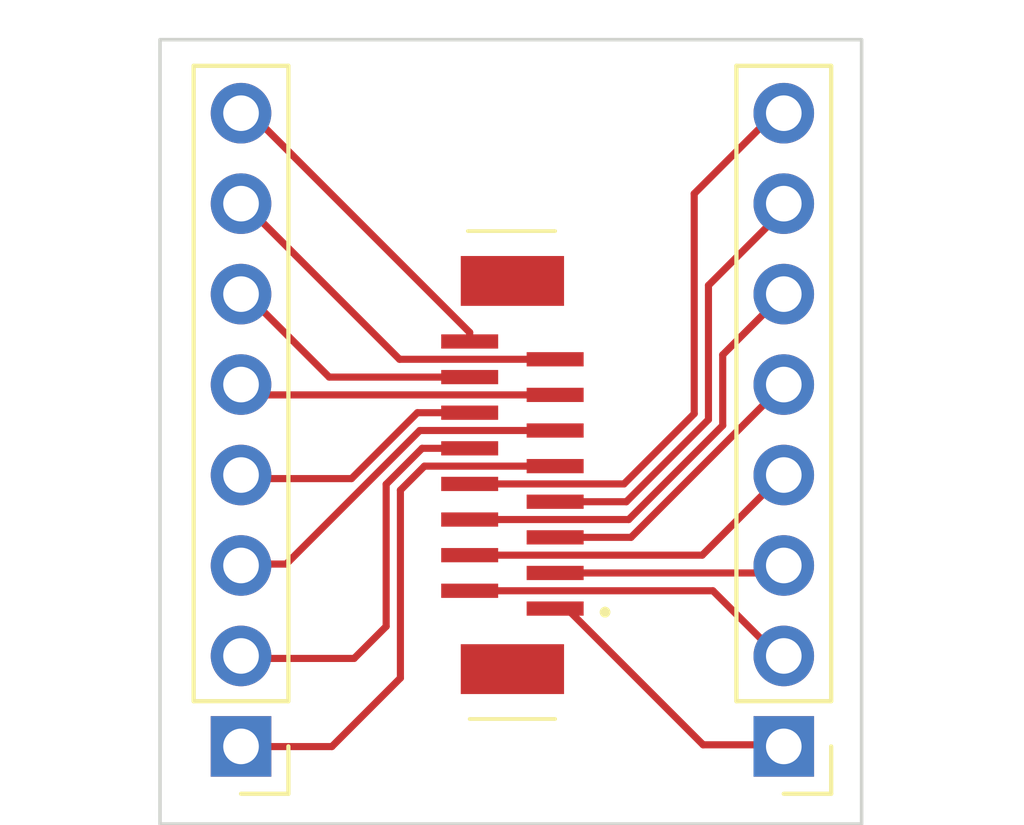
<source format=kicad_pcb>
(kicad_pcb (version 20211014) (generator pcbnew)
  (layers (0 "F.Cu" signal) (31 "B.Cu" signal) (34 "B.Paste" user) (35 "F.Paste" user) (36 "B.SilkS" user "B.Silkscreen") (37 "F.SilkS" user "F.Silkscreen") (38 "B.Mask" user) (39 "F.Mask" user) (44 "Edge.Cuts" user))
  (net 0 "")
  (net 1 "Net-(J1-Pad1)")
  (net 2 "Net-(J1-Pad2)")
  (net 3 "Net-(J1-Pad3)")
  (net 4 "Net-(J1-Pad4)")
  (net 5 "Net-(J1-Pad5)")
  (net 6 "Net-(J1-Pad6)")
  (net 7 "Net-(J1-Pad7)")
  (net 8 "Net-(J1-Pad8)")
  (net 9 "Net-(J2-Pad1)")
  (net 10 "Net-(J2-Pad2)")
  (net 11 "Net-(J2-Pad3)")
  (net 12 "Net-(J2-Pad4)")
  (net 13 "Net-(J2-Pad5)")
  (net 14 "Net-(J2-Pad6)")
  (net 15 "Net-(J2-Pad7)")
  (net 16 "Net-(J2-Pad8)")
  (footprint "Connector_PinHeader_2.54mm:PinHeader_1x08_P2.54mm_Vertical" (layer "F.Cu") (at 180.34 96.52 180)
    (fp_text reference "J1" hide)
    (fp_text value "Conn_01x08_Male")
    (fp_line (start -1.33 -1.33) (end 0 -1.33) (layer "F.SilkS") (width 0.12))
    (fp_line (start -1.33 0) (end -1.33 -1.33) (layer "F.SilkS") (width 0.12))
    (fp_line (start -1.33 1.27) (end 1.33 1.27) (layer "F.SilkS") (width 0.12))
    (fp_line (start -1.33 1.27) (end -1.33 19.11) (layer "F.SilkS") (width 0.12))
    (fp_line (start 1.33 1.27) (end 1.33 19.11) (layer "F.SilkS") (width 0.12))
    (fp_line (start -1.33 19.11) (end 1.33 19.11) (layer "F.SilkS") (width 0.12))
    (pad "1" thru_hole rect (at 0 0 180) (size 1.7 1.7) (drill 1) (layers *.Cu *.Mask) (net 1 "Net-(J1-Pad1)"))
    (pad "2" thru_hole oval (at 0 2.54 180) (size 1.7 1.7) (drill 1) (layers *.Cu *.Mask) (net 2 "Net-(J1-Pad2)"))
    (pad "3" thru_hole oval (at 0 5.08 180) (size 1.7 1.7) (drill 1) (layers *.Cu *.Mask) (net 3 "Net-(J1-Pad3)"))
    (pad "4" thru_hole oval (at 0 7.62 180) (size 1.7 1.7) (drill 1) (layers *.Cu *.Mask) (net 4 "Net-(J1-Pad4)"))
    (pad "5" thru_hole oval (at 0 10.16 180) (size 1.7 1.7) (drill 1) (layers *.Cu *.Mask) (net 5 "Net-(J1-Pad5)"))
    (pad "6" thru_hole oval (at 0 12.7 180) (size 1.7 1.7) (drill 1) (layers *.Cu *.Mask) (net 6 "Net-(J1-Pad6)"))
    (pad "7" thru_hole oval (at 0 15.24 180) (size 1.7 1.7) (drill 1) (layers *.Cu *.Mask) (net 7 "Net-(J1-Pad7)"))
    (pad "8" thru_hole oval (at 0 17.78 180) (size 1.7 1.7) (drill 1) (layers *.Cu *.Mask) (net 8 "Net-(J1-Pad8)"))
  )
  (footprint "ASMR_footprints:Conn_FFC_1x16_0.5mm_TE_117347426" (layer "F.Cu") (at 172.72 88.9 90)
    (fp_text reference "J3" hide)
    (fp_text value "Conn_01x16" hide)
    (fp_line (start -6.85 -1.2) (end -6.85 1.2) (layer "F.SilkS") (width 0.1))
    (fp_line (start -6.85 -1.2) (end -6.85 -1.2) (layer "F.SilkS") (width 0.1))
    (fp_line (start 6.85 -1.25) (end 6.85 1.2) (layer "F.SilkS") (width 0.1))
    (fp_line (start -3.9 2.6) (end -3.9 2.6) (layer "F.SilkS") (width 0.2))
    (fp_line (start -6.85 1.2) (end -6.85 -1.2) (layer "F.SilkS") (width 0.1))
    (fp_line (start 6.85 1.2) (end 6.85 1.2) (layer "F.SilkS") (width 0.1))
    (fp_line (start 6.85 1.2) (end 6.85 -1.25) (layer "F.SilkS") (width 0.1))
    (fp_line (start 6.85 -1.25) (end 6.85 -1.25) (layer "F.SilkS") (width 0.1))
    (fp_line (start -6.85 1.2) (end -6.85 1.2) (layer "F.SilkS") (width 0.1))
    (fp_line (start -3.9 2.6) (end -3.9 2.6) (layer "F.SilkS") (width 0.2))
    (fp_line (start -3.8 2.6) (end -3.8 2.6) (layer "F.SilkS") (width 0.2))
    (fp_arc (start -3.9 2.6) (mid -3.85 2.55) (end -3.8 2.6) (layer "F.SilkS") (width 0.2))
    (fp_arc (start -3.8 2.6) (mid -3.85 2.65) (end -3.9 2.6) (layer "F.SilkS") (width 0.2))
    (fp_arc (start -3.8 2.6) (mid -3.85 2.65) (end -3.9 2.6) (layer "F.SilkS") (width 0.2))
    (pad "1" smd rect (at -3.75 1.2 90) (size 0.4 1.6) (layers "F.Cu" "F.Paste" "F.Mask") (net 1 "Net-(J1-Pad1)"))
    (pad "2" smd rect (at -3.25 -1.2 90) (size 0.4 1.6) (layers "F.Cu" "F.Paste" "F.Mask") (net 2 "Net-(J1-Pad2)"))
    (pad "3" smd rect (at -2.75 1.2 90) (size 0.4 1.6) (layers "F.Cu" "F.Paste" "F.Mask") (net 3 "Net-(J1-Pad3)"))
    (pad "4" smd rect (at -2.25 -1.2 90) (size 0.4 1.6) (layers "F.Cu" "F.Paste" "F.Mask") (net 4 "Net-(J1-Pad4)"))
    (pad "5" smd rect (at -1.75 1.2 90) (size 0.4 1.6) (layers "F.Cu" "F.Paste" "F.Mask") (net 5 "Net-(J1-Pad5)"))
    (pad "6" smd rect (at -1.25 -1.2 90) (size 0.4 1.6) (layers "F.Cu" "F.Paste" "F.Mask") (net 6 "Net-(J1-Pad6)"))
    (pad "7" smd rect (at -0.75 1.2 90) (size 0.4 1.6) (layers "F.Cu" "F.Paste" "F.Mask") (net 7 "Net-(J1-Pad7)"))
    (pad "8" smd rect (at -0.25 -1.2 90) (size 0.4 1.6) (layers "F.Cu" "F.Paste" "F.Mask") (net 8 "Net-(J1-Pad8)"))
    (pad "9" smd rect (at 0.25 1.2 90) (size 0.4 1.6) (layers "F.Cu" "F.Paste" "F.Mask") (net 9 "Net-(J2-Pad1)"))
    (pad "10" smd rect (at 0.75 -1.2 90) (size 0.4 1.6) (layers "F.Cu" "F.Paste" "F.Mask") (net 10 "Net-(J2-Pad2)"))
    (pad "11" smd rect (at 1.25 1.2 90) (size 0.4 1.6) (layers "F.Cu" "F.Paste" "F.Mask") (net 11 "Net-(J2-Pad3)"))
    (pad "12" smd rect (at 1.75 -1.2 90) (size 0.4 1.6) (layers "F.Cu" "F.Paste" "F.Mask") (net 12 "Net-(J2-Pad4)"))
    (pad "13" smd rect (at 2.25 1.2 90) (size 0.4 1.6) (layers "F.Cu" "F.Paste" "F.Mask") (net 13 "Net-(J2-Pad5)"))
    (pad "14" smd rect (at 2.75 -1.2 90) (size 0.4 1.6) (layers "F.Cu" "F.Paste" "F.Mask") (net 14 "Net-(J2-Pad6)"))
    (pad "15" smd rect (at 3.25 1.2 90) (size 0.4 1.6) (layers "F.Cu" "F.Paste" "F.Mask") (net 15 "Net-(J2-Pad7)"))
    (pad "16" smd rect (at 3.75 -1.2 90) (size 0.4 1.6) (layers "F.Cu" "F.Paste" "F.Mask") (net 16 "Net-(J2-Pad8)"))
    (pad "MP1" smd rect (at -5.45 0 90) (size 1.4 2.9) (layers "F.Cu" "F.Paste" "F.Mask"))
    (pad "MP2" smd rect (at 5.45 0 90) (size 1.4 2.9) (layers "F.Cu" "F.Paste" "F.Mask"))
  )
  (footprint "Connector_PinHeader_2.54mm:PinHeader_1x08_P2.54mm_Vertical" (layer "F.Cu") (at 165.1 96.52 180)
    (fp_text reference "J2" hide)
    (fp_text value "Conn_01x08_Male")
    (fp_line (start -1.33 1.27) (end 1.33 1.27) (layer "F.SilkS") (width 0.12))
    (fp_line (start -1.33 19.11) (end 1.33 19.11) (layer "F.SilkS") (width 0.12))
    (fp_line (start -1.33 -1.33) (end 0 -1.33) (layer "F.SilkS") (width 0.12))
    (fp_line (start -1.33 0) (end -1.33 -1.33) (layer "F.SilkS") (width 0.12))
    (fp_line (start -1.33 1.27) (end -1.33 19.11) (layer "F.SilkS") (width 0.12))
    (fp_line (start 1.33 1.27) (end 1.33 19.11) (layer "F.SilkS") (width 0.12))
    (pad "1" thru_hole rect (at 0 0 180) (size 1.7 1.7) (drill 1) (layers *.Cu *.Mask) (net 9 "Net-(J2-Pad1)"))
    (pad "2" thru_hole oval (at 0 2.54 180) (size 1.7 1.7) (drill 1) (layers *.Cu *.Mask) (net 10 "Net-(J2-Pad2)"))
    (pad "3" thru_hole oval (at 0 5.08 180) (size 1.7 1.7) (drill 1) (layers *.Cu *.Mask) (net 11 "Net-(J2-Pad3)"))
    (pad "4" thru_hole oval (at 0 7.62 180) (size 1.7 1.7) (drill 1) (layers *.Cu *.Mask) (net 12 "Net-(J2-Pad4)"))
    (pad "5" thru_hole oval (at 0 10.16 180) (size 1.7 1.7) (drill 1) (layers *.Cu *.Mask) (net 13 "Net-(J2-Pad5)"))
    (pad "6" thru_hole oval (at 0 12.7 180) (size 1.7 1.7) (drill 1) (layers *.Cu *.Mask) (net 14 "Net-(J2-Pad6)"))
    (pad "7" thru_hole oval (at 0 15.24 180) (size 1.7 1.7) (drill 1) (layers *.Cu *.Mask) (net 15 "Net-(J2-Pad7)"))
    (pad "8" thru_hole oval (at 0 17.78 180) (size 1.7 1.7) (drill 1) (layers *.Cu *.Mask) (net 16 "Net-(J2-Pad8)"))
  )
  (gr_rect (start 162.825 98.7) (end 182.525 76.675) (layer "Edge.Cuts") (width 0.1) (fill none))
  (segment (start 178.075 96.475) (end 180.35 96.475) (width 0.2) (layer "F.Cu") (net 1))
  (segment (start 173.92 92.65) (end 174.25 92.65) (width 0.2) (layer "F.Cu") (net 1))
  (segment (start 174.25 92.65) (end 178.075 96.475) (width 0.2) (layer "F.Cu") (net 1))
  (segment (start 171.52 92.15) (end 178.35 92.15) (width 0.2) (layer "F.Cu") (net 2))
  (segment (start 178.35 92.15) (end 180.3 94.1) (width 0.2) (layer "F.Cu") (net 2))
  (segment (start 173.92 91.65) (end 180.4 91.65) (width 0.2) (layer "F.Cu") (net 3))
  (segment (start 171.52 91.15) (end 178.05 91.15) (width 0.2) (layer "F.Cu") (net 4))
  (segment (start 178.05 91.15) (end 180.175 89.025) (width 0.2) (layer "F.Cu") (net 4))
  (segment (start 176.05 90.65) (end 180.3 86.4) (width 0.2) (layer "F.Cu") (net 5))
  (segment (start 173.92 90.65) (end 176.05 90.65) (width 0.2) (layer "F.Cu") (net 5))
  (segment (start 175.984314 90.15) (end 178.625 87.509314) (width 0.2) (layer "F.Cu") (net 6))
  (segment (start 171.52 90.15) (end 175.984314 90.15) (width 0.2) (layer "F.Cu") (net 6))
  (segment (start 178.625 85.525) (end 180.35 83.8) (width 0.2) (layer "F.Cu") (net 6))
  (segment (start 178.625 87.509314) (end 178.625 85.525) (width 0.2) (layer "F.Cu") (net 6))
  (segment (start 178.225 87.343628) (end 178.225 83.575) (width 0.2) (layer "F.Cu") (net 7))
  (segment (start 173.92 89.65) (end 175.918628 89.65) (width 0.2) (layer "F.Cu") (net 7))
  (segment (start 175.918628 89.65) (end 178.225 87.343628) (width 0.2) (layer "F.Cu") (net 7))
  (segment (start 178.225 83.575) (end 180.425 81.375) (width 0.2) (layer "F.Cu") (net 7))
  (segment (start 177.825 81) (end 180.25 78.575) (width 0.2) (layer "F.Cu") (net 8))
  (segment (start 177.825 87.177942) (end 177.825 81) (width 0.2) (layer "F.Cu") (net 8))
  (segment (start 171.52 89.15) (end 175.852942 89.15) (width 0.2) (layer "F.Cu") (net 8))
  (segment (start 175.852942 89.15) (end 177.825 87.177942) (width 0.2) (layer "F.Cu") (net 8))
  (segment (start 170.25 88.65) (end 169.575 89.325) (width 0.2) (layer "F.Cu") (net 9))
  (segment (start 169.575 89.325) (end 169.575 94.6) (width 0.2) (layer "F.Cu") (net 9))
  (segment (start 173.92 88.65) (end 170.25 88.65) (width 0.2) (layer "F.Cu") (net 9))
  (segment (start 167.65 96.525) (end 165.35 96.525) (width 0.2) (layer "F.Cu") (net 9))
  (segment (start 169.575 94.6) (end 167.65 96.525) (width 0.2) (layer "F.Cu") (net 9))
  (segment (start 169.175 93.15) (end 168.275 94.05) (width 0.2) (layer "F.Cu") (net 10))
  (segment (start 171.52 88.15) (end 170.184314 88.15) (width 0.2) (layer "F.Cu") (net 10))
  (segment (start 168.275 94.05) (end 165.225 94.05) (width 0.2) (layer "F.Cu") (net 10))
  (segment (start 170.184314 88.15) (end 169.175 89.159315) (width 0.2) (layer "F.Cu") (net 10))
  (segment (start 169.175 89.159315) (end 169.175 93.15) (width 0.2) (layer "F.Cu") (net 10))
  (segment (start 166.368628 91.4) (end 165.05 91.4) (width 0.2) (layer "F.Cu") (net 11))
  (segment (start 170.118628 87.65) (end 166.368628 91.4) (width 0.2) (layer "F.Cu") (net 11))
  (segment (start 173.92 87.65) (end 170.118628 87.65) (width 0.2) (layer "F.Cu") (net 11))
  (segment (start 171.52 87.15) (end 170.052942 87.15) (width 0.2) (layer "F.Cu") (net 12))
  (segment (start 170.052942 87.15) (end 168.202942 89) (width 0.2) (layer "F.Cu") (net 12))
  (segment (start 168.202942 89) (end 165.025 89) (width 0.2) (layer "F.Cu") (net 12))
  (segment (start 173.92 86.65) (end 165.35 86.65) (width 0.2) (layer "F.Cu") (net 13))
  (segment (start 165.35 86.65) (end 165.1 86.4) (width 0.2) (layer "F.Cu") (net 13))
  (segment (start 171.52 86.15) (end 167.575 86.15) (width 0.2) (layer "F.Cu") (net 14))
  (segment (start 167.575 86.15) (end 165.3 83.875) (width 0.2) (layer "F.Cu") (net 14))
  (segment (start 169.55 85.65) (end 165.175 81.275) (width 0.2) (layer "F.Cu") (net 15))
  (segment (start 173.92 85.65) (end 169.55 85.65) (width 0.2) (layer "F.Cu") (net 15))
  (segment (start 171.52 85.15) (end 171.52 84.895) (width 0.2) (layer "F.Cu") (net 16))
  (segment (start 171.52 84.895) (end 165.125 78.5) (width 0.2) (layer "F.Cu") (net 16))
)
</source>
